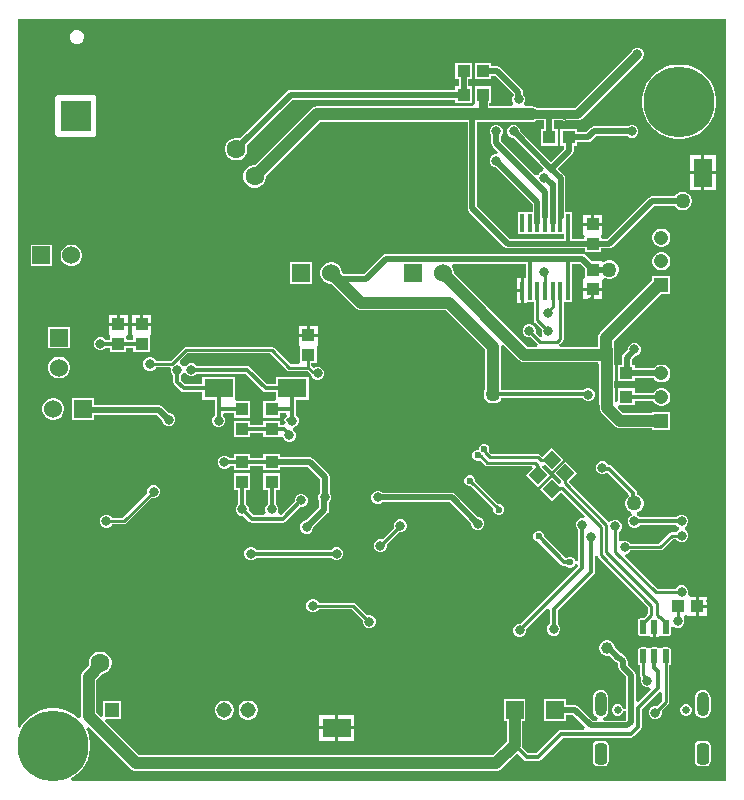
<source format=gbl>
G04*
G04 #@! TF.GenerationSoftware,Altium Limited,Altium Designer,24.2.2 (26)*
G04*
G04 Layer_Physical_Order=2*
G04 Layer_Color=16711680*
%FSLAX44Y44*%
%MOMM*%
G71*
G04*
G04 #@! TF.SameCoordinates,57E06D6A-15B4-4B42-AE12-48CE37104189*
G04*
G04*
G04 #@! TF.FilePolarity,Positive*
G04*
G01*
G75*
%ADD11C,0.2500*%
%ADD79R,1.1000X1.1000*%
G04:AMPARAMS|DCode=80|XSize=1.21mm|YSize=0.58mm|CornerRadius=0.0725mm|HoleSize=0mm|Usage=FLASHONLY|Rotation=270.000|XOffset=0mm|YOffset=0mm|HoleType=Round|Shape=RoundedRectangle|*
%AMROUNDEDRECTD80*
21,1,1.2100,0.4350,0,0,270.0*
21,1,1.0650,0.5800,0,0,270.0*
1,1,0.1450,-0.2175,-0.5325*
1,1,0.1450,-0.2175,0.5325*
1,1,0.1450,0.2175,0.5325*
1,1,0.1450,0.2175,-0.5325*
%
%ADD80ROUNDEDRECTD80*%
%ADD110R,1.1000X1.1000*%
%ADD122C,0.5000*%
%ADD123C,0.2300*%
%ADD124C,0.3500*%
%ADD125C,0.7500*%
%ADD126C,1.0000*%
%ADD129R,1.2080X1.2080*%
%ADD130C,1.2080*%
%ADD131C,6.0000*%
%ADD132C,1.2000*%
%ADD133R,1.2000X1.2000*%
%ADD134R,1.3080X1.3080*%
%ADD135C,1.3080*%
G04:AMPARAMS|DCode=136|XSize=1.8mm|YSize=1mm|CornerRadius=0.25mm|HoleSize=0mm|Usage=FLASHONLY|Rotation=90.000|XOffset=0mm|YOffset=0mm|HoleType=Round|Shape=RoundedRectangle|*
%AMROUNDEDRECTD136*
21,1,1.8000,0.5000,0,0,90.0*
21,1,1.3000,1.0000,0,0,90.0*
1,1,0.5000,0.2500,0.6500*
1,1,0.5000,0.2500,-0.6500*
1,1,0.5000,-0.2500,-0.6500*
1,1,0.5000,-0.2500,0.6500*
%
%ADD136ROUNDEDRECTD136*%
%ADD137O,1.0000X2.1000*%
%ADD138C,0.6500*%
%ADD139R,1.5240X1.5240*%
%ADD140C,1.5240*%
%ADD141R,1.5240X1.5240*%
%ADD142C,2.4000*%
%ADD143R,2.5000X2.5000*%
%ADD144C,0.8000*%
%ADD145C,0.6000*%
%ADD146C,1.2700*%
%ADD147C,1.0000*%
%ADD148C,1.6000*%
%ADD149R,2.4500X1.6500*%
%ADD150R,1.6500X2.4500*%
%ADD151R,0.4100X1.5700*%
%ADD152P,1.5556X4X360.0*%
G36*
X600000Y5000D02*
X45625D01*
X45073Y7300D01*
X46522Y8038D01*
X50536Y10955D01*
X54045Y14463D01*
X56962Y18478D01*
X59214Y22899D01*
X60748Y27618D01*
X61524Y32519D01*
Y37481D01*
X60748Y42382D01*
X59214Y47101D01*
X58045Y49397D01*
X59929Y50765D01*
X95347Y15347D01*
X96710Y14301D01*
X98297Y13644D01*
X100000Y13420D01*
X405000D01*
X406703Y13644D01*
X408290Y14301D01*
X409653Y15347D01*
X423003Y28697D01*
X428705Y22995D01*
X429788Y22271D01*
X431065Y22017D01*
X440355D01*
X441632Y22271D01*
X442715Y22995D01*
X461383Y41662D01*
X519000D01*
X520277Y41916D01*
X521360Y42640D01*
X527360Y48640D01*
X528084Y49723D01*
X528338Y51000D01*
Y65617D01*
X543474Y80753D01*
X545774Y79800D01*
Y72829D01*
X541152Y68207D01*
X540749Y68374D01*
X538551D01*
X536521Y67533D01*
X534967Y65979D01*
X534126Y63949D01*
Y61751D01*
X534967Y59721D01*
X536521Y58167D01*
X538551Y57326D01*
X540749D01*
X542779Y58167D01*
X544333Y59721D01*
X545174Y61751D01*
Y63949D01*
X545007Y64352D01*
X550428Y69772D01*
X551019Y70657D01*
X551226Y71700D01*
Y102942D01*
X551553Y103006D01*
X552296Y103504D01*
X552794Y104248D01*
X552968Y105125D01*
Y115775D01*
X552794Y116652D01*
X552296Y117396D01*
X551553Y117893D01*
X550675Y118068D01*
X546325D01*
X545448Y117893D01*
X545241Y117755D01*
X544607Y117396D01*
X542893D01*
X542259Y117755D01*
X542052Y117893D01*
X541175Y118068D01*
X536825D01*
X535947Y117893D01*
X535741Y117755D01*
X535107Y117396D01*
X533393D01*
X532759Y117755D01*
X532552Y117893D01*
X531675Y118068D01*
X527325D01*
X526447Y117893D01*
X525704Y117396D01*
X525206Y116652D01*
X525032Y115775D01*
Y105125D01*
X525206Y104248D01*
X525704Y103504D01*
X526447Y103006D01*
X526774Y102942D01*
Y95018D01*
X526981Y93975D01*
X527572Y93091D01*
X528071Y92592D01*
X527452Y91099D01*
Y88901D01*
X528293Y86871D01*
X529847Y85317D01*
X531877Y84476D01*
X534075D01*
X534805Y84778D01*
X536108Y82829D01*
X525228Y71948D01*
X523103Y72829D01*
Y95000D01*
X522790Y96570D01*
X521901Y97901D01*
X516586Y103217D01*
Y106164D01*
X516273Y107734D01*
X515384Y109065D01*
X512058Y112392D01*
X510727Y113281D01*
X510210Y113384D01*
X505445Y118149D01*
Y118377D01*
X505000Y120036D01*
X504141Y121524D01*
X502926Y122739D01*
X501439Y123597D01*
X499780Y124042D01*
X498062D01*
X496403Y123597D01*
X494915Y122739D01*
X493700Y121524D01*
X492841Y120036D01*
X492397Y118377D01*
Y116659D01*
X492841Y115000D01*
X493700Y113512D01*
X494915Y112298D01*
X496403Y111439D01*
X498062Y110994D01*
X499780D01*
X500738Y111251D01*
X505400Y106589D01*
X506731Y105700D01*
X507248Y105597D01*
X508380Y104465D01*
Y101517D01*
X508692Y99947D01*
X509582Y98616D01*
X514897Y93301D01*
Y66135D01*
X512674Y65950D01*
X512553Y66242D01*
X511947Y67704D01*
X510604Y69047D01*
X508850Y69774D01*
X506950D01*
X505196Y69047D01*
X503853Y67704D01*
X503126Y65950D01*
Y64050D01*
X503853Y62296D01*
X505196Y60953D01*
X506950Y60226D01*
X508850D01*
X510604Y60953D01*
X511947Y62296D01*
X512553Y63758D01*
X512674Y64050D01*
X514897Y63865D01*
Y56628D01*
X514372Y56103D01*
X496386D01*
X495928Y58403D01*
X496890Y58801D01*
X498253Y59847D01*
X499299Y61210D01*
X499956Y62797D01*
X500180Y64500D01*
Y75500D01*
X499956Y77203D01*
X499299Y78790D01*
X498253Y80153D01*
X496890Y81199D01*
X495303Y81856D01*
X493600Y82080D01*
X491897Y81856D01*
X490310Y81199D01*
X488947Y80153D01*
X487901Y78790D01*
X487244Y77203D01*
X487020Y75500D01*
Y64500D01*
X487244Y62797D01*
X487901Y61210D01*
X488947Y59847D01*
X490310Y58801D01*
X491272Y58403D01*
X490814Y56103D01*
X486699D01*
X474901Y67901D01*
X473570Y68790D01*
X472000Y69103D01*
X464144D01*
Y74144D01*
X445856D01*
Y55856D01*
X464144D01*
Y60897D01*
X470301D01*
X480560Y50638D01*
X479607Y48338D01*
X460000D01*
X458723Y48084D01*
X457640Y47360D01*
X438972Y28693D01*
X432448D01*
X427074Y34067D01*
X427290Y35710D01*
Y55856D01*
X429854D01*
Y74144D01*
X411566D01*
Y55856D01*
X414130D01*
Y38436D01*
X402274Y26580D01*
X102726D01*
X74130Y55176D01*
X75083Y57476D01*
X87524D01*
Y72524D01*
X72476D01*
Y60083D01*
X70176Y59130D01*
X66580Y62726D01*
Y90651D01*
X71461Y95532D01*
X73676Y96125D01*
X75848Y97379D01*
X77621Y99152D01*
X78875Y101324D01*
X79524Y103746D01*
Y106254D01*
X78875Y108676D01*
X77621Y110848D01*
X75848Y112621D01*
X73676Y113875D01*
X71254Y114524D01*
X68746D01*
X66324Y113875D01*
X64152Y112621D01*
X62379Y110848D01*
X61125Y108676D01*
X60476Y106254D01*
Y103746D01*
X60600Y103282D01*
X55347Y98029D01*
X54301Y96666D01*
X53644Y95079D01*
X53420Y93376D01*
Y60000D01*
X53509Y59326D01*
X51330Y58252D01*
X50536Y59045D01*
X46522Y61962D01*
X42101Y64215D01*
X37382Y65748D01*
X32481Y66524D01*
X27519D01*
X22618Y65748D01*
X17899Y64215D01*
X13478Y61962D01*
X9463Y59045D01*
X5955Y55536D01*
X3038Y51522D01*
X2300Y50073D01*
X0Y50626D01*
Y650000D01*
X600000D01*
Y5000D01*
D02*
G37*
%LPC*%
G36*
X51149Y640774D02*
X48851D01*
X46729Y639895D01*
X45105Y638271D01*
X44226Y636148D01*
Y633852D01*
X45105Y631729D01*
X46729Y630105D01*
X48851Y629226D01*
X51149D01*
X53271Y630105D01*
X54895Y631729D01*
X55774Y633852D01*
Y636148D01*
X54895Y638271D01*
X53271Y639895D01*
X51149Y640774D01*
D02*
G37*
G36*
X384524Y613024D02*
X370476D01*
Y598976D01*
X373397D01*
Y593024D01*
X370476D01*
Y590103D01*
X231000D01*
X229430Y589790D01*
X228099Y588901D01*
X188200Y549002D01*
X186254Y549524D01*
X183746D01*
X181324Y548875D01*
X179152Y547621D01*
X177379Y545848D01*
X176125Y543676D01*
X175476Y541254D01*
Y538746D01*
X176125Y536324D01*
X177379Y534152D01*
X179152Y532379D01*
X181324Y531125D01*
X183746Y530476D01*
X186254D01*
X188676Y531125D01*
X190848Y532379D01*
X192621Y534152D01*
X193875Y536324D01*
X194524Y538746D01*
Y541254D01*
X194002Y543200D01*
X232699Y581897D01*
X370476D01*
Y578976D01*
X384524D01*
Y593024D01*
X381603D01*
Y598976D01*
X384524D01*
Y613024D01*
D02*
G37*
G36*
X525749Y625974D02*
X523551D01*
X521521Y625133D01*
X519967Y623579D01*
X519820Y623225D01*
X471623Y575027D01*
X439159D01*
X438740Y575349D01*
X437153Y576006D01*
X435450Y576230D01*
X429295D01*
X428342Y578530D01*
X428683Y578871D01*
X429524Y580901D01*
Y583099D01*
X428683Y585129D01*
X427971Y585841D01*
Y588132D01*
X427659Y589702D01*
X426769Y591033D01*
X408901Y608901D01*
X407570Y609790D01*
X406000Y610103D01*
X401024D01*
Y613024D01*
X386976D01*
Y598976D01*
X401024D01*
Y601897D01*
X404301D01*
X419766Y586432D01*
Y585578D01*
X419317Y585129D01*
X418476Y583099D01*
Y580901D01*
X419317Y578871D01*
X419658Y578530D01*
X418705Y576230D01*
X399377D01*
Y578976D01*
X401024D01*
Y593024D01*
X386976D01*
Y578976D01*
X386976Y578976D01*
X386973Y578484D01*
X385000Y576580D01*
X383297Y576356D01*
X382993Y576230D01*
X253350D01*
X251647Y576006D01*
X250060Y575349D01*
X248697Y574303D01*
X200868Y526474D01*
X199396D01*
X196974Y525825D01*
X194802Y524571D01*
X193029Y522798D01*
X191775Y520626D01*
X191126Y518204D01*
Y515696D01*
X191775Y513274D01*
X193029Y511102D01*
X194802Y509329D01*
X196974Y508075D01*
X199396Y507426D01*
X201904D01*
X204326Y508075D01*
X206498Y509329D01*
X208271Y511102D01*
X209525Y513274D01*
X210174Y515696D01*
Y517168D01*
X256076Y563070D01*
X380897D01*
Y490000D01*
X381209Y488430D01*
X382099Y487099D01*
X412099Y457099D01*
X413430Y456209D01*
X415000Y455897D01*
X479976D01*
Y452976D01*
X494024D01*
Y455897D01*
X501000D01*
X502570Y456209D01*
X503901Y457099D01*
X538699Y491897D01*
X556277D01*
X556699Y491165D01*
X558165Y489699D01*
X559961Y488663D01*
X561963Y488126D01*
X564037D01*
X566039Y488663D01*
X567835Y489699D01*
X569301Y491165D01*
X570337Y492961D01*
X570874Y494963D01*
Y497037D01*
X570337Y499039D01*
X569301Y500835D01*
X567835Y502301D01*
X566039Y503337D01*
X564037Y503874D01*
X561963D01*
X559961Y503337D01*
X558165Y502301D01*
X556699Y500835D01*
X556277Y500103D01*
X537000D01*
X535430Y499790D01*
X534099Y498901D01*
X499301Y464103D01*
X495650D01*
X494024Y465729D01*
X494024Y466581D01*
X495040Y468460D01*
X495040Y468903D01*
Y475230D01*
X487000D01*
X478960D01*
Y468903D01*
X478960Y468460D01*
X479976Y466581D01*
X479976Y466403D01*
X479390Y464103D01*
X469338D01*
Y468126D01*
X469574D01*
Y486874D01*
X463675D01*
Y515428D01*
X463363Y516998D01*
X462473Y518329D01*
X457302Y523500D01*
X469401Y535599D01*
X470290Y536930D01*
X470603Y538500D01*
Y542976D01*
X473524D01*
Y545897D01*
X483000D01*
X484570Y546209D01*
X485901Y547099D01*
X489700Y550897D01*
X516291D01*
X516871Y550317D01*
X518901Y549476D01*
X521099D01*
X523129Y550317D01*
X524683Y551871D01*
X525524Y553901D01*
Y556099D01*
X524683Y558129D01*
X523129Y559683D01*
X521099Y560524D01*
X518901D01*
X516871Y559683D01*
X516291Y559103D01*
X488000D01*
X486430Y558791D01*
X485099Y557901D01*
X481301Y554103D01*
X473524D01*
Y557024D01*
X459476D01*
Y542976D01*
X462397D01*
Y540199D01*
X451500Y529302D01*
X425524Y555278D01*
Y556099D01*
X424683Y558129D01*
X423129Y559683D01*
X421099Y560524D01*
X418901D01*
X416871Y559683D01*
X415317Y558129D01*
X414476Y556099D01*
Y553901D01*
X415317Y551871D01*
X416871Y550317D01*
X418901Y549476D01*
X419722D01*
X445642Y523556D01*
X444689Y521256D01*
X444633D01*
X442603Y520415D01*
X441049Y518861D01*
X440799Y518256D01*
X438086Y517717D01*
X409103Y546699D01*
Y551291D01*
X409683Y551871D01*
X410524Y553901D01*
Y556099D01*
X409683Y558129D01*
X408129Y559683D01*
X406099Y560524D01*
X403901D01*
X401871Y559683D01*
X400317Y558129D01*
X399476Y556099D01*
Y553901D01*
X400317Y551871D01*
X400897Y551291D01*
Y545000D01*
X401209Y543430D01*
X402099Y542099D01*
X406549Y537649D01*
X406530Y537559D01*
X405421Y535524D01*
X403901D01*
X401871Y534683D01*
X400317Y533129D01*
X399476Y531099D01*
Y528901D01*
X400317Y526871D01*
X401871Y525317D01*
X403901Y524476D01*
X404722D01*
X435897Y493301D01*
Y486874D01*
X423426D01*
Y468126D01*
X462662D01*
Y464103D01*
X416699D01*
X389103Y491699D01*
Y563070D01*
X435450D01*
X437153Y563294D01*
X438740Y563951D01*
X439159Y564273D01*
X445897D01*
Y557024D01*
X442976D01*
Y542976D01*
X457024D01*
Y557024D01*
X454103D01*
Y564273D01*
X460306D01*
X460442Y564182D01*
X462500Y563773D01*
X464558Y564182D01*
X464693Y564273D01*
X473850D01*
X475908Y564682D01*
X477652Y565848D01*
X527425Y615620D01*
X527779Y615767D01*
X529333Y617321D01*
X530174Y619351D01*
Y621549D01*
X529333Y623579D01*
X527779Y625133D01*
X525749Y625974D01*
D02*
G37*
G36*
X66600Y585400D02*
X31600D01*
Y550400D01*
X66600D01*
Y585400D01*
D02*
G37*
G36*
X562481Y611524D02*
X557519D01*
X552618Y610748D01*
X547899Y609215D01*
X543478Y606962D01*
X539464Y604045D01*
X535955Y600536D01*
X533038Y596522D01*
X530786Y592101D01*
X529252Y587382D01*
X528476Y582481D01*
Y577519D01*
X529252Y572618D01*
X530786Y567899D01*
X533038Y563478D01*
X535955Y559464D01*
X539464Y555955D01*
X543478Y553038D01*
X547899Y550786D01*
X552618Y549252D01*
X557519Y548476D01*
X562481D01*
X567382Y549252D01*
X572101Y550786D01*
X576522Y553038D01*
X580536Y555955D01*
X584045Y559464D01*
X586962Y563478D01*
X589214Y567899D01*
X590748Y572618D01*
X591524Y577519D01*
Y582481D01*
X590748Y587382D01*
X589214Y592101D01*
X586962Y596522D01*
X584045Y600536D01*
X580536Y604045D01*
X576522Y606962D01*
X572101Y609215D01*
X567382Y610748D01*
X562481Y611524D01*
D02*
G37*
G36*
X590790Y534790D02*
X581270D01*
Y521270D01*
X590790D01*
Y534790D01*
D02*
G37*
G36*
X578730D02*
X569210D01*
Y521270D01*
X578730D01*
Y534790D01*
D02*
G37*
G36*
X590790Y518730D02*
X581270D01*
Y505210D01*
X590790D01*
Y518730D01*
D02*
G37*
G36*
X578730D02*
X569210D01*
Y505210D01*
X578730D01*
Y518730D01*
D02*
G37*
G36*
X495040Y484540D02*
X488270D01*
Y477770D01*
X495040D01*
Y484540D01*
D02*
G37*
G36*
X485730D02*
X478960D01*
Y477770D01*
X485730D01*
Y484540D01*
D02*
G37*
G36*
X545996Y472564D02*
X544004D01*
X542080Y472048D01*
X540356Y471053D01*
X538947Y469644D01*
X537952Y467920D01*
X537436Y465996D01*
Y464004D01*
X537952Y462080D01*
X538947Y460356D01*
X540356Y458947D01*
X542080Y457952D01*
X544004Y457436D01*
X545996D01*
X547920Y457952D01*
X549644Y458947D01*
X551053Y460356D01*
X552048Y462080D01*
X552564Y464004D01*
Y465996D01*
X552048Y467920D01*
X551053Y469644D01*
X549644Y471053D01*
X547920Y472048D01*
X545996Y472564D01*
D02*
G37*
G36*
X46604Y459144D02*
X44196D01*
X41871Y458521D01*
X39785Y457317D01*
X38083Y455615D01*
X36879Y453529D01*
X36256Y451204D01*
Y448796D01*
X36879Y446470D01*
X38083Y444385D01*
X39785Y442683D01*
X41871Y441479D01*
X44196Y440856D01*
X46604D01*
X48930Y441479D01*
X51015Y442683D01*
X52717Y444385D01*
X53921Y446470D01*
X54544Y448796D01*
Y451204D01*
X53921Y453529D01*
X52717Y455615D01*
X51015Y457317D01*
X48930Y458521D01*
X46604Y459144D01*
D02*
G37*
G36*
X29144D02*
X10856D01*
Y440856D01*
X29144D01*
Y459144D01*
D02*
G37*
G36*
X545996Y452564D02*
X544004D01*
X542080Y452048D01*
X540356Y451053D01*
X538947Y449644D01*
X537952Y447920D01*
X537436Y445996D01*
Y444004D01*
X537952Y442080D01*
X538947Y440356D01*
X540356Y438947D01*
X542080Y437952D01*
X544004Y437436D01*
X545996D01*
X547920Y437952D01*
X549644Y438947D01*
X551053Y440356D01*
X552048Y442080D01*
X552564Y444004D01*
Y445996D01*
X552048Y447920D01*
X551053Y449644D01*
X549644Y451053D01*
X547920Y452048D01*
X545996Y452564D01*
D02*
G37*
G36*
X478000Y451103D02*
X312000D01*
X310430Y450790D01*
X309099Y449901D01*
X293301Y434103D01*
X275603D01*
X275053Y434653D01*
X274544Y435043D01*
Y436204D01*
X273921Y438530D01*
X272717Y440615D01*
X271014Y442317D01*
X268930Y443521D01*
X266604Y444144D01*
X264196D01*
X261870Y443521D01*
X259785Y442317D01*
X258083Y440615D01*
X256879Y438530D01*
X256256Y436204D01*
Y433796D01*
X256879Y431470D01*
X258083Y429385D01*
X259785Y427683D01*
X261870Y426479D01*
X264196Y425856D01*
X265357D01*
X265747Y425347D01*
X285747Y405347D01*
X287110Y404301D01*
X288697Y403644D01*
X290400Y403420D01*
X362274D01*
X395920Y369774D01*
Y336851D01*
X395163Y335539D01*
X394626Y333537D01*
Y331463D01*
X395163Y329461D01*
X396199Y327665D01*
X397665Y326199D01*
X399461Y325163D01*
X401463Y324626D01*
X403537D01*
X405539Y325163D01*
X407335Y326199D01*
X408801Y327665D01*
X409520Y328912D01*
X478300D01*
X478317Y328871D01*
X479871Y327317D01*
X481901Y326476D01*
X484099D01*
X486129Y327317D01*
X487683Y328871D01*
X488524Y330901D01*
Y333099D01*
X487683Y335129D01*
X486129Y336683D01*
X484099Y337524D01*
X481901D01*
X479871Y336683D01*
X478776Y335588D01*
X409809D01*
X409080Y336851D01*
Y372500D01*
X408950Y373492D01*
X411062Y374632D01*
X424347Y361347D01*
X425710Y360301D01*
X427297Y359644D01*
X429000Y359420D01*
X491231D01*
X491813Y357361D01*
X491813Y357361D01*
X491813D01*
X491813Y357361D01*
Y343313D01*
X491920D01*
Y337361D01*
X491813D01*
Y323313D01*
X492757D01*
Y320663D01*
X492981Y318960D01*
X493638Y317373D01*
X494684Y316010D01*
X505347Y305347D01*
X506710Y304301D01*
X508297Y303644D01*
X510000Y303420D01*
X537436D01*
Y302436D01*
X552564D01*
Y317564D01*
X537436D01*
Y316580D01*
X512726D01*
X508279Y321027D01*
X509246Y323313D01*
X510227Y323313D01*
X522361D01*
Y326662D01*
X538193D01*
X538947Y325356D01*
X540356Y323947D01*
X542080Y322952D01*
X544004Y322436D01*
X545996D01*
X547920Y322952D01*
X549644Y323947D01*
X551053Y325356D01*
X552048Y327080D01*
X552564Y329004D01*
Y330996D01*
X552048Y332920D01*
X551053Y334644D01*
X549644Y336053D01*
X547920Y337048D01*
X545996Y337564D01*
X544004D01*
X542080Y337048D01*
X540356Y336053D01*
X538947Y334644D01*
X538193Y333338D01*
X522361D01*
Y337361D01*
X508313D01*
Y326901D01*
X506013Y325666D01*
X505917Y325729D01*
Y329837D01*
X505861Y330265D01*
Y337361D01*
X505080D01*
Y343313D01*
X505861D01*
Y357361D01*
X505080D01*
Y369500D01*
X504856Y371203D01*
X504580Y371869D01*
Y377274D01*
X544742Y417436D01*
X552564D01*
Y432564D01*
X544124D01*
X544000Y432580D01*
X543876Y432564D01*
X537436D01*
Y428742D01*
X493347Y384653D01*
X492301Y383290D01*
X491644Y381703D01*
X491420Y380000D01*
Y372580D01*
X459338D01*
X458641Y374880D01*
X458928Y375072D01*
X461428Y377572D01*
X462019Y378457D01*
X462226Y379500D01*
Y410726D01*
X469574D01*
Y429474D01*
X469338D01*
Y442897D01*
X476301D01*
X479976Y439222D01*
X479976Y431419D01*
X478960Y429540D01*
X478960Y429097D01*
Y422770D01*
X487000D01*
X495040D01*
Y429097D01*
X495040Y429540D01*
X496020Y431117D01*
X496633Y431429D01*
X497961Y430663D01*
X499963Y430126D01*
X502037D01*
X504039Y430663D01*
X505835Y431699D01*
X507301Y433165D01*
X508337Y434961D01*
X508874Y436963D01*
Y439037D01*
X508337Y441039D01*
X507301Y442835D01*
X505835Y444301D01*
X504039Y445337D01*
X502037Y445874D01*
X499963D01*
X497961Y445337D01*
X496324Y444392D01*
X496088Y444455D01*
X494024Y445024D01*
Y445024D01*
X485778D01*
X480901Y449901D01*
X479570Y450790D01*
X478000Y451103D01*
D02*
G37*
G36*
X249144Y444144D02*
X230856D01*
Y425856D01*
X249144D01*
Y444144D01*
D02*
G37*
G36*
X495040Y420230D02*
X488270D01*
Y413460D01*
X495040D01*
Y420230D01*
D02*
G37*
G36*
X485730D02*
X478960D01*
Y413460D01*
X485730D01*
Y420230D01*
D02*
G37*
G36*
X113040Y399540D02*
X106270D01*
Y392770D01*
X113040D01*
Y399540D01*
D02*
G37*
G36*
X103730D02*
X96960D01*
Y392770D01*
X103730D01*
Y399540D01*
D02*
G37*
G36*
X93040D02*
X86270D01*
Y392770D01*
X93040D01*
Y399540D01*
D02*
G37*
G36*
X83730D02*
X76960D01*
Y392770D01*
X83730D01*
Y399540D01*
D02*
G37*
G36*
X254040Y390540D02*
X247270D01*
Y383770D01*
X254040D01*
Y390540D01*
D02*
G37*
G36*
X244730D02*
X237960D01*
Y383770D01*
X244730D01*
Y390540D01*
D02*
G37*
G36*
X113040Y390230D02*
X105000D01*
X96960D01*
Y383903D01*
X96960Y383460D01*
X97976Y381581D01*
X97976Y381160D01*
Y378338D01*
X93650D01*
X92024Y379964D01*
X92024Y381581D01*
X93040Y383460D01*
X93040Y383903D01*
Y390230D01*
X85000D01*
X76960D01*
Y383903D01*
X76960Y383460D01*
X77976Y381581D01*
X77976Y381160D01*
Y378338D01*
X74474D01*
X73129Y379683D01*
X71099Y380524D01*
X68901D01*
X66871Y379683D01*
X65317Y378129D01*
X64476Y376099D01*
Y373901D01*
X65317Y371871D01*
X66871Y370317D01*
X68901Y369476D01*
X71099D01*
X73129Y370317D01*
X74474Y371662D01*
X77976D01*
Y367976D01*
X92024D01*
Y371662D01*
X97976D01*
Y367976D01*
X112024D01*
X112024Y381581D01*
X113040Y383460D01*
X113040Y383903D01*
Y390230D01*
D02*
G37*
G36*
X44144Y389544D02*
X25856D01*
Y371256D01*
X44144D01*
Y389544D01*
D02*
G37*
G36*
X254040Y381230D02*
X246000D01*
X237960D01*
Y374903D01*
X237960Y374460D01*
X238976Y372581D01*
X238976Y372160D01*
Y358976D01*
X237194Y357726D01*
X231129D01*
X216928Y371928D01*
X216043Y372519D01*
X215000Y372726D01*
X142515D01*
X141472Y372519D01*
X140587Y371928D01*
X140587Y371928D01*
X129386Y360726D01*
X116850D01*
X116683Y361129D01*
X115129Y362683D01*
X113099Y363524D01*
X110901D01*
X108871Y362683D01*
X107317Y361129D01*
X106476Y359099D01*
Y356901D01*
X107317Y354871D01*
X108871Y353317D01*
X110901Y352476D01*
X113099D01*
X115129Y353317D01*
X116683Y354871D01*
X116850Y355274D01*
X128691D01*
X129476Y354099D01*
Y351901D01*
X130317Y349871D01*
X131662Y348526D01*
Y343000D01*
X131916Y341723D01*
X132640Y340640D01*
X138140Y335140D01*
X139223Y334416D01*
X140500Y334162D01*
X156226D01*
Y327726D01*
X166662D01*
Y320000D01*
Y314474D01*
X165317Y313129D01*
X164476Y311099D01*
Y308901D01*
X165317Y306871D01*
X166871Y305317D01*
X168901Y304476D01*
X171099D01*
X173129Y305317D01*
X174683Y306871D01*
X175524Y308901D01*
Y311099D01*
X174683Y313129D01*
X173950Y313862D01*
X174816Y316162D01*
X182976D01*
Y312476D01*
X197024D01*
Y326524D01*
X185576D01*
X183774Y327726D01*
X183774Y328756D01*
Y347274D01*
X156226D01*
Y340838D01*
X141883D01*
X138338Y344383D01*
Y348526D01*
X139683Y349871D01*
X139755Y350045D01*
X142245D01*
X142317Y349871D01*
X143871Y348317D01*
X145901Y347476D01*
X148099D01*
X150129Y348317D01*
X151474Y349662D01*
X193117D01*
X207640Y335140D01*
X208722Y334416D01*
X210000Y334162D01*
X218726D01*
Y327726D01*
X216924Y326524D01*
X207976D01*
Y312476D01*
X222024D01*
Y316162D01*
X226739D01*
X227765Y314032D01*
X227737Y313862D01*
X226779Y313221D01*
X226055Y312139D01*
X225801Y310861D01*
X226055Y309584D01*
X226779Y308501D01*
X225747Y306517D01*
X225548Y306338D01*
X222024D01*
Y310024D01*
X207976D01*
Y306338D01*
X197024D01*
Y310024D01*
X182976D01*
Y295976D01*
X197024D01*
Y299662D01*
X207976D01*
Y295976D01*
X222024D01*
Y297280D01*
X222176Y297372D01*
X224179Y296527D01*
X224583Y296143D01*
X225317Y294371D01*
X226871Y292817D01*
X228901Y291976D01*
X231099D01*
X233129Y292817D01*
X234683Y294371D01*
X235524Y296401D01*
Y298599D01*
X234683Y300629D01*
X233136Y302176D01*
X233136Y302218D01*
X233597Y304467D01*
X233601Y304477D01*
X235629Y305317D01*
X237183Y306871D01*
X238024Y308901D01*
Y311099D01*
X237183Y313129D01*
X235838Y314474D01*
Y320000D01*
Y327726D01*
X246274D01*
Y347274D01*
X218726D01*
Y340838D01*
X211383D01*
X196860Y355360D01*
X195777Y356084D01*
X194500Y356338D01*
X151474D01*
X150129Y357683D01*
X148099Y358524D01*
X145901D01*
X143871Y357683D01*
X142317Y356129D01*
X142245Y355955D01*
X139755D01*
X139683Y356129D01*
X138129Y357683D01*
X137547Y357924D01*
X137008Y360637D01*
X143644Y367274D01*
X213871D01*
X228072Y353072D01*
X228957Y352481D01*
X230000Y352274D01*
X244871D01*
X247909Y349235D01*
X247909Y349235D01*
X248432Y348886D01*
X249236Y346943D01*
X250790Y345389D01*
X252821Y344548D01*
X255018D01*
X257048Y345389D01*
X258603Y346943D01*
X259443Y348973D01*
Y351171D01*
X258603Y353201D01*
X257048Y354755D01*
X255018Y355596D01*
X252821D01*
X250790Y354755D01*
X250445Y354410D01*
X248726Y356129D01*
Y358976D01*
X253024D01*
X253024Y372581D01*
X254040Y374460D01*
X254040Y374903D01*
Y381230D01*
D02*
G37*
G36*
X36204Y364144D02*
X33796D01*
X31470Y363521D01*
X29385Y362317D01*
X27683Y360615D01*
X26479Y358530D01*
X25856Y356204D01*
Y353796D01*
X26479Y351470D01*
X27683Y349385D01*
X29385Y347683D01*
X31470Y346479D01*
X33796Y345856D01*
X36204D01*
X38530Y346479D01*
X40615Y347683D01*
X42317Y349385D01*
X43521Y351470D01*
X44144Y353796D01*
Y356204D01*
X43521Y358530D01*
X42317Y360615D01*
X40615Y362317D01*
X38530Y363521D01*
X36204Y364144D01*
D02*
G37*
G36*
X523144Y375861D02*
X520947D01*
X518916Y375020D01*
X517362Y373466D01*
X516521Y371436D01*
Y370123D01*
X512773Y366374D01*
X511884Y365043D01*
X511571Y363473D01*
Y357361D01*
X508313D01*
Y343313D01*
X522361D01*
Y346066D01*
X538537D01*
X538947Y345356D01*
X540356Y343947D01*
X542080Y342952D01*
X544004Y342436D01*
X545996D01*
X547920Y342952D01*
X549644Y343947D01*
X551053Y345356D01*
X552048Y347080D01*
X552564Y349004D01*
Y350996D01*
X552048Y352920D01*
X551053Y354644D01*
X549644Y356053D01*
X547920Y357048D01*
X545996Y357564D01*
X544004D01*
X542080Y357048D01*
X540356Y356053D01*
X538947Y354644D01*
X538732Y354271D01*
X522361D01*
Y357361D01*
X519777D01*
Y361774D01*
X522816Y364813D01*
X523144D01*
X525174Y365654D01*
X526728Y367208D01*
X527569Y369238D01*
Y371436D01*
X526728Y373466D01*
X525174Y375020D01*
X523144Y375861D01*
D02*
G37*
G36*
X31204Y329144D02*
X28796D01*
X26470Y328521D01*
X24385Y327317D01*
X22683Y325615D01*
X21479Y323530D01*
X20856Y321204D01*
Y318796D01*
X21479Y316471D01*
X22683Y314386D01*
X24385Y312683D01*
X26470Y311479D01*
X28796Y310856D01*
X31204D01*
X33529Y311479D01*
X35615Y312683D01*
X37317Y314386D01*
X38521Y316471D01*
X39144Y318796D01*
Y321204D01*
X38521Y323530D01*
X37317Y325615D01*
X35615Y327317D01*
X33529Y328521D01*
X31204Y329144D01*
D02*
G37*
G36*
X64544D02*
X46256D01*
Y310856D01*
X64544D01*
Y314897D01*
X118037D01*
X122476Y310458D01*
Y309901D01*
X123317Y307871D01*
X124871Y306317D01*
X126901Y305476D01*
X129099D01*
X131129Y306317D01*
X132683Y307871D01*
X133524Y309901D01*
Y312099D01*
X132683Y314129D01*
X131129Y315683D01*
X129099Y316524D01*
X128015D01*
X122638Y321901D01*
X121307Y322790D01*
X119737Y323103D01*
X64544D01*
Y329144D01*
D02*
G37*
G36*
X222024Y282024D02*
X207976D01*
Y278338D01*
X197024D01*
Y282024D01*
X182976D01*
Y278338D01*
X179474D01*
X178129Y279683D01*
X176099Y280524D01*
X173901D01*
X171871Y279683D01*
X170317Y278129D01*
X169476Y276099D01*
Y273901D01*
X170317Y271871D01*
X171871Y270317D01*
X173901Y269476D01*
X176099D01*
X178129Y270317D01*
X179474Y271662D01*
X182976D01*
Y267976D01*
X197024D01*
Y271662D01*
X207976D01*
Y267976D01*
X222024D01*
Y270897D01*
X245800D01*
X255897Y260801D01*
Y248709D01*
X255317Y248129D01*
X254476Y246099D01*
Y243901D01*
X255317Y241871D01*
X255323Y241865D01*
Y236373D01*
X244477Y225526D01*
X243656D01*
X241626Y224685D01*
X240072Y223131D01*
X239231Y221101D01*
Y218903D01*
X240072Y216873D01*
X241626Y215319D01*
X243656Y214478D01*
X245854D01*
X247884Y215319D01*
X249438Y216873D01*
X250279Y218903D01*
Y219724D01*
X262327Y231772D01*
X263216Y233103D01*
X263529Y234673D01*
Y240717D01*
X264683Y241871D01*
X265524Y243901D01*
Y246099D01*
X264683Y248129D01*
X264103Y248709D01*
Y262500D01*
X263790Y264070D01*
X262901Y265401D01*
X250401Y277901D01*
X249070Y278790D01*
X247500Y279103D01*
X222024D01*
Y282024D01*
D02*
G37*
G36*
X395736Y290394D02*
X393936D01*
X392273Y289705D01*
X391001Y288433D01*
X390312Y286770D01*
Y285074D01*
X388616D01*
X386953Y284385D01*
X385680Y283112D01*
X384992Y281450D01*
Y279650D01*
X385680Y277987D01*
X386953Y276714D01*
X388616Y276026D01*
X390415D01*
X391594Y276514D01*
X395729Y272378D01*
X396614Y271787D01*
X397657Y271580D01*
X435059D01*
X436012Y269280D01*
X430399Y263667D01*
X440333Y253734D01*
X450266Y263667D01*
X443932Y270001D01*
X443982Y271832D01*
X446152Y272915D01*
X452000Y267067D01*
X461933Y277000D01*
X452000Y286933D01*
X444250Y279183D01*
X442303Y281130D01*
X441418Y281721D01*
X440375Y281929D01*
X434460D01*
X434177Y281872D01*
X400791D01*
X398872Y283792D01*
X399360Y284970D01*
Y286770D01*
X398671Y288433D01*
X397398Y289705D01*
X395736Y290394D01*
D02*
G37*
G36*
X116099Y255524D02*
X113901D01*
X111871Y254683D01*
X110317Y253129D01*
X109476Y251099D01*
Y248901D01*
X109643Y248498D01*
X88871Y227726D01*
X79850D01*
X79683Y228129D01*
X78129Y229683D01*
X76099Y230524D01*
X73901D01*
X71871Y229683D01*
X70317Y228129D01*
X69476Y226099D01*
Y223901D01*
X70317Y221871D01*
X71871Y220317D01*
X73901Y219476D01*
X76099D01*
X78129Y220317D01*
X79683Y221871D01*
X79850Y222274D01*
X90000D01*
X91043Y222481D01*
X91928Y223072D01*
X113498Y244643D01*
X113901Y244476D01*
X116099D01*
X118129Y245317D01*
X119683Y246871D01*
X120524Y248901D01*
Y251099D01*
X119683Y253129D01*
X118129Y254683D01*
X116099Y255524D01*
D02*
G37*
G36*
X222024Y265524D02*
X207976D01*
Y251476D01*
X211662D01*
Y239474D01*
X210317Y238129D01*
X209476Y236099D01*
Y233901D01*
X209999Y232638D01*
X208845Y230338D01*
X199383D01*
X195524Y234197D01*
Y236099D01*
X194683Y238129D01*
X193338Y239474D01*
Y251476D01*
X197024D01*
Y265524D01*
X182976D01*
Y251476D01*
X186662D01*
Y239474D01*
X185317Y238129D01*
X184476Y236099D01*
Y233901D01*
X185317Y231871D01*
X186871Y230317D01*
X188901Y229476D01*
X190803D01*
X195640Y224640D01*
X196723Y223916D01*
X198000Y223662D01*
X224500D01*
X225777Y223916D01*
X226860Y224640D01*
X239197Y236976D01*
X241099D01*
X243129Y237817D01*
X244683Y239371D01*
X245524Y241401D01*
Y243599D01*
X244683Y245629D01*
X243129Y247183D01*
X241099Y248024D01*
X238901D01*
X236871Y247183D01*
X235317Y245629D01*
X234476Y243599D01*
Y241697D01*
X223274Y230495D01*
X220970Y230707D01*
X220001Y232638D01*
X220524Y233901D01*
Y236099D01*
X219683Y238129D01*
X218338Y239474D01*
Y251476D01*
X222024D01*
Y265524D01*
D02*
G37*
G36*
X383678Y263858D02*
X381878D01*
X380215Y263169D01*
X378943Y261897D01*
X378254Y260234D01*
Y258434D01*
X378943Y256771D01*
X380215Y255499D01*
X381878Y254810D01*
X383396D01*
X402672Y235534D01*
Y233916D01*
X403360Y232253D01*
X404633Y230981D01*
X406296Y230292D01*
X408096D01*
X409758Y230981D01*
X411031Y232253D01*
X411720Y233916D01*
Y235716D01*
X411031Y237379D01*
X409758Y238651D01*
X408096Y239340D01*
X406577D01*
X387302Y258615D01*
Y260234D01*
X386613Y261897D01*
X385341Y263169D01*
X383678Y263858D01*
D02*
G37*
G36*
X306099Y250524D02*
X303901D01*
X301871Y249683D01*
X300317Y248129D01*
X299476Y246099D01*
Y243901D01*
X300317Y241871D01*
X301871Y240317D01*
X303901Y239476D01*
X306099D01*
X308129Y240317D01*
X308709Y240897D01*
X365708D01*
X384033Y222572D01*
Y221751D01*
X384874Y219721D01*
X386428Y218167D01*
X388458Y217326D01*
X390656D01*
X392686Y218167D01*
X394240Y219721D01*
X395081Y221751D01*
Y223949D01*
X394240Y225979D01*
X392686Y227533D01*
X390656Y228374D01*
X389835D01*
X370308Y247901D01*
X368977Y248790D01*
X367407Y249103D01*
X308709D01*
X308129Y249683D01*
X306099Y250524D01*
D02*
G37*
G36*
X325099Y226524D02*
X322901D01*
X320871Y225683D01*
X319317Y224129D01*
X318476Y222099D01*
Y219901D01*
X318643Y219499D01*
X308501Y209357D01*
X308099Y209524D01*
X305901D01*
X303871Y208683D01*
X302317Y207129D01*
X301476Y205099D01*
Y202901D01*
X302317Y200871D01*
X303871Y199317D01*
X305901Y198476D01*
X308099D01*
X310129Y199317D01*
X311683Y200871D01*
X312524Y202901D01*
Y205099D01*
X312357Y205501D01*
X322499Y215643D01*
X322901Y215476D01*
X325099D01*
X327129Y216317D01*
X328683Y217871D01*
X329524Y219901D01*
Y222099D01*
X328683Y224129D01*
X327129Y225683D01*
X325099Y226524D01*
D02*
G37*
G36*
X496099Y275524D02*
X493901D01*
X491871Y274683D01*
X490317Y273129D01*
X489476Y271099D01*
Y268901D01*
X490317Y266871D01*
X491871Y265317D01*
X493901Y264476D01*
X496099D01*
X498129Y265317D01*
X498933Y266121D01*
X499158D01*
X516631Y248648D01*
X517165Y246301D01*
X515699Y244835D01*
X514663Y243039D01*
X514126Y241037D01*
Y238963D01*
X514663Y236961D01*
X515699Y235165D01*
X517165Y233699D01*
X518961Y232663D01*
X519625Y232485D01*
X519783Y230061D01*
X518871Y229683D01*
X517317Y228129D01*
X516476Y226099D01*
Y223901D01*
X517317Y221871D01*
X518871Y220317D01*
X520901Y219476D01*
X523099D01*
X525129Y220317D01*
X526474Y221662D01*
X557526D01*
X558871Y220317D01*
X559702Y219973D01*
Y217483D01*
X559246Y217294D01*
X557692Y215740D01*
X557567Y215440D01*
X553611D01*
X553611Y215440D01*
X552529Y215224D01*
X551611Y214611D01*
X542828Y205828D01*
X518808D01*
X518683Y206129D01*
X517129Y207683D01*
X515099Y208524D01*
X512901D01*
X511227Y207831D01*
X509824Y208388D01*
X508927Y208992D01*
Y215716D01*
X509228Y215841D01*
X510782Y217395D01*
X511623Y219425D01*
Y221623D01*
X510782Y223653D01*
X509228Y225207D01*
X507198Y226048D01*
X505000D01*
X502970Y225207D01*
X502464Y224701D01*
X500688Y224032D01*
X499440Y224683D01*
X466195Y257927D01*
X473601Y265333D01*
X463667Y275266D01*
X453734Y265333D01*
X460068Y258999D01*
X460018Y257168D01*
X457848Y256085D01*
X452000Y261933D01*
X442067Y252000D01*
X452000Y242067D01*
X459750Y249817D01*
X479918Y229649D01*
X479414Y228341D01*
X478790Y227524D01*
X476901D01*
X474871Y226683D01*
X473317Y225129D01*
X472476Y223099D01*
Y220901D01*
X473317Y218871D01*
X474662Y217526D01*
Y190965D01*
X472392Y190892D01*
X472223Y191299D01*
X471703Y192555D01*
X470431Y193827D01*
X468768Y194516D01*
X466968D01*
X465305Y193827D01*
X465287Y193808D01*
X463912D01*
X445532Y212189D01*
Y212892D01*
X444843Y214555D01*
X443571Y215827D01*
X441908Y216516D01*
X440108D01*
X438445Y215827D01*
X437173Y214555D01*
X436484Y212892D01*
Y211092D01*
X437173Y209429D01*
X438445Y208157D01*
X440108Y207468D01*
X440811D01*
X460169Y188110D01*
X461252Y187386D01*
X462530Y187132D01*
X464330D01*
X465305Y186157D01*
X466968Y185468D01*
X468768D01*
X470431Y186157D01*
X471703Y187429D01*
X472054Y188277D01*
X473147Y188359D01*
X474395Y187919D01*
X474503Y186723D01*
X425803Y138024D01*
X423901D01*
X421871Y137183D01*
X420317Y135629D01*
X419476Y133599D01*
Y131401D01*
X420317Y129371D01*
X421871Y127817D01*
X423901Y126976D01*
X426099D01*
X428129Y127817D01*
X429683Y129371D01*
X430524Y131401D01*
Y133303D01*
X448351Y151130D01*
X448398Y151125D01*
X450563Y150090D01*
Y137998D01*
X449218Y136653D01*
X448377Y134623D01*
Y132425D01*
X449218Y130395D01*
X450772Y128841D01*
X452802Y128000D01*
X455000D01*
X457030Y128841D01*
X458584Y130395D01*
X459425Y132425D01*
Y134623D01*
X458584Y136653D01*
X457239Y137998D01*
Y149518D01*
X487677Y179957D01*
X488401Y181040D01*
X488655Y182317D01*
Y195305D01*
X490955Y195531D01*
X490967Y195471D01*
X491558Y194586D01*
X533854Y152291D01*
Y146751D01*
X533053Y145950D01*
X532575Y145631D01*
X530112Y143168D01*
X527325D01*
X526447Y142993D01*
X525704Y142496D01*
X525206Y141753D01*
X525032Y140875D01*
Y130225D01*
X525206Y129347D01*
X525704Y128604D01*
X526447Y128106D01*
X527325Y127932D01*
X531675D01*
X532552Y128106D01*
X532553Y128107D01*
X533296Y128604D01*
X535233Y127362D01*
X535551Y127149D01*
X536825Y126896D01*
X537730D01*
Y135550D01*
X540270D01*
Y126896D01*
X541175D01*
X542449Y127149D01*
X542767Y127362D01*
X544704Y128604D01*
X545447Y128107D01*
X545448Y128106D01*
X546325Y127932D01*
X550675D01*
X551553Y128106D01*
X552296Y128604D01*
X552794Y129347D01*
X552968Y130225D01*
Y134967D01*
X555268Y135920D01*
X555871Y135317D01*
X557901Y134476D01*
X560099D01*
X562129Y135317D01*
X563683Y136871D01*
X564524Y138901D01*
Y141099D01*
X563821Y142795D01*
X564333Y144365D01*
X564804Y145261D01*
X566214Y145634D01*
X567460Y144960D01*
X567903Y144960D01*
X574230D01*
Y153000D01*
Y161040D01*
X568828D01*
X567257Y163256D01*
X567524Y163901D01*
Y166099D01*
X566683Y168129D01*
X565129Y169683D01*
X563099Y170524D01*
X560901D01*
X558871Y169683D01*
X557317Y168129D01*
X557192Y167828D01*
X541172D01*
X513824Y195176D01*
X514777Y197476D01*
X515099D01*
X517129Y198317D01*
X518683Y199871D01*
X518808Y200172D01*
X544000D01*
X545082Y200387D01*
X546000Y201000D01*
X554783Y209783D01*
X557567D01*
X557692Y209482D01*
X559246Y207928D01*
X561276Y207087D01*
X563474D01*
X565504Y207928D01*
X567058Y209482D01*
X567899Y211513D01*
Y213710D01*
X567058Y215740D01*
X565504Y217294D01*
X564673Y217638D01*
Y220128D01*
X565129Y220317D01*
X566683Y221871D01*
X567524Y223901D01*
Y226099D01*
X566683Y228129D01*
X565129Y229683D01*
X563099Y230524D01*
X560901D01*
X558871Y229683D01*
X557526Y228338D01*
X526474D01*
X525129Y229683D01*
X524217Y230061D01*
X524375Y232485D01*
X525039Y232663D01*
X526835Y233699D01*
X528301Y235165D01*
X529337Y236961D01*
X529874Y238963D01*
Y241037D01*
X529337Y243039D01*
X528301Y244835D01*
X526835Y246301D01*
X525039Y247337D01*
X524636Y247446D01*
Y248702D01*
X524382Y249980D01*
X523658Y251063D01*
X502901Y271820D01*
X501818Y272543D01*
X500541Y272797D01*
X499820D01*
X499683Y273129D01*
X498129Y274683D01*
X496099Y275524D01*
D02*
G37*
G36*
X271099Y203024D02*
X268901D01*
X266871Y202183D01*
X265526Y200838D01*
X201974D01*
X200629Y202183D01*
X198599Y203024D01*
X196401D01*
X194371Y202183D01*
X192817Y200629D01*
X191976Y198599D01*
Y196401D01*
X192817Y194371D01*
X194371Y192817D01*
X196401Y191976D01*
X198599D01*
X200629Y192817D01*
X201974Y194162D01*
X265526D01*
X266871Y192817D01*
X268901Y191976D01*
X271099D01*
X273129Y192817D01*
X274683Y194371D01*
X275524Y196401D01*
Y198599D01*
X274683Y200629D01*
X273129Y202183D01*
X271099Y203024D01*
D02*
G37*
G36*
X583540Y161040D02*
X576770D01*
Y154270D01*
X583540D01*
Y161040D01*
D02*
G37*
G36*
Y151730D02*
X576770D01*
Y144960D01*
X583540D01*
Y151730D01*
D02*
G37*
G36*
X251099Y158732D02*
X248901D01*
X246871Y157891D01*
X245317Y156337D01*
X244476Y154307D01*
Y152109D01*
X245317Y150079D01*
X246871Y148525D01*
X248901Y147684D01*
X251099D01*
X253129Y148525D01*
X254683Y150079D01*
X254850Y150482D01*
X283093D01*
X292143Y141432D01*
X291976Y141029D01*
Y138831D01*
X292817Y136801D01*
X294371Y135247D01*
X296401Y134406D01*
X298599D01*
X300629Y135247D01*
X302183Y136801D01*
X303024Y138831D01*
Y141029D01*
X302183Y143059D01*
X300629Y144613D01*
X298599Y145454D01*
X296401D01*
X295998Y145287D01*
X286150Y155136D01*
X285265Y155727D01*
X284222Y155934D01*
X254850D01*
X254683Y156337D01*
X253129Y157891D01*
X251099Y158732D01*
D02*
G37*
G36*
X566650Y69774D02*
X564750D01*
X562996Y69047D01*
X561653Y67704D01*
X560926Y65950D01*
Y64050D01*
X561653Y62296D01*
X562996Y60953D01*
X564750Y60226D01*
X566650D01*
X568404Y60953D01*
X569747Y62296D01*
X570474Y64050D01*
Y65950D01*
X569747Y67704D01*
X568404Y69047D01*
X566650Y69774D01*
D02*
G37*
G36*
X580000Y82080D02*
X578297Y81856D01*
X576710Y81199D01*
X575347Y80153D01*
X574301Y78790D01*
X573644Y77203D01*
X573420Y75500D01*
Y64500D01*
X573644Y62797D01*
X574301Y61210D01*
X575347Y59847D01*
X576710Y58801D01*
X578297Y58144D01*
X580000Y57920D01*
X581703Y58144D01*
X583290Y58801D01*
X584653Y59847D01*
X585699Y61210D01*
X586356Y62797D01*
X586580Y64500D01*
Y75500D01*
X586356Y77203D01*
X585699Y78790D01*
X584653Y80153D01*
X583290Y81199D01*
X581703Y81856D01*
X580000Y82080D01*
D02*
G37*
G36*
X196062Y73064D02*
X193938D01*
X191887Y72515D01*
X190049Y71453D01*
X188547Y69951D01*
X187486Y68113D01*
X186936Y66062D01*
Y63938D01*
X187486Y61887D01*
X188547Y60049D01*
X190049Y58547D01*
X191887Y57485D01*
X193938Y56936D01*
X196062D01*
X198113Y57485D01*
X199951Y58547D01*
X201453Y60049D01*
X202514Y61887D01*
X203064Y63938D01*
Y66062D01*
X202514Y68113D01*
X201453Y69951D01*
X199951Y71453D01*
X198113Y72515D01*
X196062Y73064D01*
D02*
G37*
G36*
X176062D02*
X173938D01*
X171887Y72515D01*
X170049Y71453D01*
X168547Y69951D01*
X167486Y68113D01*
X166936Y66062D01*
Y63938D01*
X167486Y61887D01*
X168547Y60049D01*
X170049Y58547D01*
X171887Y57485D01*
X173938Y56936D01*
X176062D01*
X178113Y57485D01*
X179951Y58547D01*
X181453Y60049D01*
X182514Y61887D01*
X183064Y63938D01*
Y66062D01*
X182514Y68113D01*
X181453Y69951D01*
X179951Y71453D01*
X178113Y72515D01*
X176062Y73064D01*
D02*
G37*
G36*
X284790Y60790D02*
X271270D01*
Y51270D01*
X284790D01*
Y60790D01*
D02*
G37*
G36*
X268730D02*
X255210D01*
Y51270D01*
X268730D01*
Y60790D01*
D02*
G37*
G36*
X284790Y48730D02*
X271270D01*
Y39210D01*
X284790D01*
Y48730D01*
D02*
G37*
G36*
X268730D02*
X255210D01*
Y39210D01*
X268730D01*
Y48730D01*
D02*
G37*
G36*
X582500Y38803D02*
X577500D01*
X575930Y38491D01*
X574599Y37601D01*
X573709Y36270D01*
X573397Y34700D01*
Y21700D01*
X573709Y20130D01*
X574599Y18799D01*
X575930Y17909D01*
X577500Y17597D01*
X582500D01*
X584070Y17909D01*
X585401Y18799D01*
X586291Y20130D01*
X586603Y21700D01*
Y34700D01*
X586291Y36270D01*
X585401Y37601D01*
X584070Y38491D01*
X582500Y38803D01*
D02*
G37*
G36*
X496100D02*
X491100D01*
X489530Y38491D01*
X488199Y37601D01*
X487309Y36270D01*
X486997Y34700D01*
Y21700D01*
X487309Y20130D01*
X488199Y18799D01*
X489530Y17909D01*
X491100Y17597D01*
X496100D01*
X497670Y17909D01*
X499001Y18799D01*
X499891Y20130D01*
X500203Y21700D01*
Y34700D01*
X499891Y36270D01*
X499001Y37601D01*
X497670Y38491D01*
X496100Y38803D01*
D02*
G37*
%LPD*%
G36*
X430162Y430490D02*
X428270D01*
Y420100D01*
Y409710D01*
X431590D01*
Y410726D01*
X437274D01*
Y404000D01*
X437274Y404000D01*
Y395000D01*
X437481Y393957D01*
X438072Y393072D01*
X443643Y387501D01*
X443476Y387099D01*
Y384901D01*
X444095Y383407D01*
X443467Y381540D01*
X443049Y380886D01*
X442132Y380723D01*
X438357Y384498D01*
X438524Y384901D01*
Y387099D01*
X437683Y389129D01*
X436129Y390683D01*
X434099Y391524D01*
X431901D01*
X429871Y390683D01*
X428317Y389129D01*
X427476Y387099D01*
Y384901D01*
X428317Y382871D01*
X429871Y381317D01*
X431901Y380476D01*
X434099D01*
X434501Y380643D01*
X440072Y375072D01*
X440359Y374880D01*
X439662Y372580D01*
X431726D01*
X369144Y435162D01*
Y436204D01*
X368521Y438530D01*
X367317Y440615D01*
X368287Y442897D01*
X430162D01*
Y430490D01*
D02*
G37*
%LPC*%
G36*
X425730D02*
X422410D01*
Y421370D01*
X425730D01*
Y430490D01*
D02*
G37*
G36*
Y418830D02*
X422410D01*
Y409710D01*
X425730D01*
Y418830D01*
D02*
G37*
%LPD*%
D11*
X540000Y165000D02*
X562000D01*
X506099Y198901D02*
X540000Y165000D01*
X506099Y198901D02*
Y220524D01*
X514000Y203000D02*
X544000D01*
X553611Y212611D01*
X562375D01*
D79*
X246000Y382500D02*
D03*
Y366000D02*
D03*
X105000Y375000D02*
D03*
Y391500D02*
D03*
X190000Y319500D02*
D03*
Y303000D02*
D03*
X487000Y438000D02*
D03*
Y421500D02*
D03*
X190000Y258500D02*
D03*
Y275000D02*
D03*
X215000Y258500D02*
D03*
Y275000D02*
D03*
X487000Y476500D02*
D03*
Y460000D02*
D03*
X85000Y375000D02*
D03*
Y391500D02*
D03*
X215000Y319500D02*
D03*
Y303000D02*
D03*
D80*
X529500Y135550D02*
D03*
X539000D02*
D03*
X548500D02*
D03*
X529500Y110450D02*
D03*
X539000D02*
D03*
X548500D02*
D03*
D110*
X559000Y153000D02*
D03*
X575500D02*
D03*
X377500Y606000D02*
D03*
X394000D02*
D03*
Y586000D02*
D03*
X377500D02*
D03*
X515337Y330337D02*
D03*
X498837D02*
D03*
X515337Y350337D02*
D03*
X498837D02*
D03*
X450000Y550000D02*
D03*
X466500D02*
D03*
D122*
X485000Y52000D02*
X516071D01*
X519000Y54929D01*
Y95000D01*
X512483Y101517D02*
X519000Y95000D01*
X498921Y117518D02*
X500274D01*
X508301Y109490D02*
X509157D01*
X512483Y101517D02*
Y106164D01*
X500274Y117518D02*
X508301Y109490D01*
X472000Y65000D02*
X485000Y52000D01*
X509157Y109490D02*
X512483Y106164D01*
X539332Y350168D02*
X539500Y350000D01*
X515505Y350168D02*
X539332D01*
X305000Y245000D02*
X367407D01*
X389557Y222850D01*
X259426Y244426D02*
X260000Y245000D01*
X244755Y220002D02*
X259426Y234673D01*
X247500Y275000D02*
X260000Y262500D01*
Y245000D02*
Y262500D01*
X259426Y234673D02*
Y244426D01*
X127737Y311000D02*
X128000D01*
X59000Y319000D02*
X119737D01*
X127737Y311000D01*
X312000Y447000D02*
X433500D01*
X270400Y430000D02*
X295000D01*
X312000Y447000D01*
X466000D02*
X478000D01*
X433500D02*
X466000D01*
X478000D02*
X487000Y438000D01*
X215000Y275000D02*
X247500D01*
X515674Y363473D02*
X522045Y369845D01*
X515674Y350674D02*
Y363473D01*
X522045Y369845D02*
Y370337D01*
X487000Y438000D02*
X501000D01*
X515337Y350337D02*
X515505Y350168D01*
X537000Y496000D02*
X563000D01*
X455000Y65000D02*
X472000D01*
X501000Y460000D02*
X537000Y496000D01*
X487000Y460000D02*
X501000D01*
X466000D02*
X487000D01*
X483000Y550000D02*
X488000Y555000D01*
X520000D01*
X466500Y550000D02*
X483000D01*
X451500Y523500D02*
X466500Y538500D01*
X420000Y555000D02*
X451500Y523500D01*
X466500Y538500D02*
Y550000D01*
X451500Y523500D02*
X459572Y515428D01*
X450000Y550000D02*
Y569650D01*
X459572Y482850D02*
Y515428D01*
X452136Y510140D02*
X453048D01*
X446544Y515732D02*
X452136Y510140D01*
X445732Y515732D02*
X446544D01*
X453048Y477548D02*
Y510140D01*
X446524Y482850D02*
Y503476D01*
X405000Y545000D02*
X446524Y503476D01*
X405000Y545000D02*
Y555000D01*
X423868Y582132D02*
Y588132D01*
X415000Y460000D02*
X466000D01*
X385000Y490000D02*
X415000Y460000D01*
X385000Y490000D02*
Y569650D01*
X405000Y530000D02*
X440000Y495000D01*
X377500Y586000D02*
Y606000D01*
X231000Y586000D02*
X377500D01*
X185000Y540000D02*
X231000Y586000D01*
X406000Y606000D02*
X423868Y588132D01*
Y582132D02*
X424000Y582000D01*
X394000Y606000D02*
X406000D01*
X453000Y477500D02*
X453048Y477548D01*
X440000Y477500D02*
Y495000D01*
D123*
X529500Y95018D02*
Y110450D01*
Y95018D02*
X532976Y91542D01*
Y90000D02*
Y91542D01*
X548500Y71700D02*
Y110450D01*
X539650Y62850D02*
X548500Y71700D01*
X559000Y140000D02*
Y153000D01*
X284222Y153208D02*
X297500Y139930D01*
X112000Y358000D02*
X130515D01*
X142515Y370000D02*
X215000D01*
X130515Y358000D02*
X142515Y370000D01*
X249837Y351163D02*
X252829D01*
X246000Y355000D02*
X249837Y351163D01*
X215000Y370000D02*
X230000Y355000D01*
X246000D01*
Y366000D01*
X252829Y351163D02*
X253919Y350072D01*
X250000Y153208D02*
X284222D01*
X446250Y420350D02*
Y435750D01*
Y420350D02*
X446500Y420100D01*
X446000Y436000D02*
X446250Y435750D01*
X498326Y198519D02*
X541420Y155425D01*
X463330Y256938D02*
X498326Y221941D01*
X460740Y252683D02*
X493486Y219937D01*
X498326Y198519D02*
Y221941D01*
X493486Y196514D02*
X536580Y153420D01*
X493486Y196514D02*
Y219937D01*
X536580Y145621D02*
Y153420D01*
X541420Y145621D02*
Y155425D01*
X75000Y225000D02*
X90000D01*
X115000Y250000D01*
X382778Y259284D02*
Y259334D01*
Y259284D02*
X407196Y234866D01*
Y234816D02*
Y234866D01*
X324000Y221000D02*
X324000D01*
X307000Y204000D02*
X324000Y221000D01*
X392121Y279842D02*
X397657Y274306D01*
X390224Y279842D02*
X392121D01*
X389516Y280550D02*
X390224Y279842D01*
X395544Y283264D02*
Y285162D01*
X394836Y285870D02*
X395544Y285162D01*
Y283264D02*
X399662Y279146D01*
X434404D01*
X434460Y279202D01*
X440375D01*
X443260Y276317D01*
X445165D01*
X445848Y277000D01*
X436465Y274362D02*
X438370D01*
X440670Y272062D01*
X397657Y274306D02*
X436409D01*
X436465Y274362D01*
X445848Y277000D02*
X452000D01*
X440333Y263667D02*
Y269819D01*
X440670Y270157D02*
Y272062D01*
X440333Y269819D02*
X440670Y270157D01*
X463667Y259181D02*
Y265333D01*
X463330Y256938D02*
Y258843D01*
X452000Y252000D02*
X458152D01*
X458834Y252683D01*
X460740D01*
X463330Y258843D02*
X463667Y259181D01*
X541420Y145621D02*
X543339Y143703D01*
X543497D01*
X548500Y135550D02*
Y138700D01*
X543497Y143703D02*
X548500Y138700D01*
X529500Y135550D02*
Y138700D01*
X534503Y143703D01*
X534661D01*
X536580Y145621D01*
X170000Y320000D02*
X170500Y319500D01*
X449000Y401000D02*
Y402542D01*
X453000Y406542D01*
Y420100D01*
X440000Y395000D02*
X449000Y386000D01*
X442000Y377000D02*
X457000D01*
X459500Y379500D02*
Y420100D01*
X457000Y377000D02*
X459500Y379500D01*
X433000Y386000D02*
Y386000D01*
X433000D02*
X433000D01*
Y386000D02*
X442000Y377000D01*
X433000Y386000D02*
X433000Y386000D01*
X440000Y395000D02*
Y404000D01*
X440000Y404000D02*
X440000Y404000D01*
X440000Y404000D02*
Y420100D01*
D124*
X519000Y45000D02*
X525000Y51000D01*
X420710Y35710D02*
X431065Y25355D01*
X440355D01*
X460000Y45000D02*
X519000D01*
X440355Y25355D02*
X460000Y45000D01*
X525000Y51000D02*
Y67000D01*
X542000Y84000D02*
Y98000D01*
X525000Y67000D02*
X542000Y84000D01*
X539000Y101000D02*
Y110450D01*
Y101000D02*
X542000Y98000D01*
X522000Y225000D02*
X562000D01*
X402500Y332500D02*
X402750Y332250D01*
X482750D01*
X483000Y332000D01*
X495000Y270000D02*
X495541Y269459D01*
X521298Y240702D02*
Y248702D01*
Y240702D02*
X522000Y240000D01*
X495541Y269459D02*
X500541D01*
X521298Y248702D01*
X140500Y337500D02*
X170000D01*
X135000Y343000D02*
Y353000D01*
Y343000D02*
X140500Y337500D01*
X194500Y353000D02*
X210000Y337500D01*
X147000Y353000D02*
X194500D01*
X215000Y319500D02*
X217962Y316538D01*
X453901Y133524D02*
Y150901D01*
X485317Y182317D01*
X425000Y132500D02*
X478000Y185500D01*
Y222000D01*
X485317Y182317D02*
Y211871D01*
X433500Y420100D02*
Y447000D01*
X515337Y330337D02*
X515674Y330000D01*
X545000D01*
X441008Y211992D02*
X462530Y190470D01*
X467390D01*
X467868Y189992D01*
X210000Y337500D02*
X232500D01*
X85000Y375000D02*
X85000Y375000D01*
X70000Y375000D02*
X85000D01*
X85000Y375000D02*
X105000D01*
X170000Y320000D02*
Y337500D01*
Y310000D02*
Y320000D01*
X170500Y319500D02*
X190000D01*
X232500Y320000D02*
Y337500D01*
Y310000D02*
Y320000D01*
X215000Y319500D02*
X232000D01*
X232500Y320000D01*
X229139Y310861D02*
X231639D01*
X232500Y310000D01*
X215000Y303000D02*
X225750D01*
X190000D02*
X215000D01*
X229139Y298361D02*
X230000Y297500D01*
X229139Y298361D02*
Y299611D01*
X225750Y303000D02*
X229139Y299611D01*
X175000Y275000D02*
X190000D01*
X215000D01*
X224500Y227000D02*
X240000Y242500D01*
X198000Y227000D02*
X224500D01*
X190000Y235000D02*
X198000Y227000D01*
X190000Y235000D02*
Y258500D01*
X215000Y235000D02*
Y258500D01*
X197500Y197500D02*
X270000D01*
X466000Y460000D02*
Y477500D01*
Y420100D02*
Y447000D01*
D125*
X450000Y569650D02*
X462000D01*
X435450D02*
X450000D01*
X462000D02*
X473850D01*
X462000D02*
X462500Y569150D01*
X473850Y569650D02*
X524650Y620450D01*
X394000Y570650D02*
X395000Y569650D01*
X394000Y570650D02*
Y586000D01*
D126*
X498500Y330337D02*
Y366000D01*
X498000Y380000D02*
X544000Y426000D01*
X499337Y320663D02*
X510000Y310000D01*
X499337Y320663D02*
Y329837D01*
X510000Y310000D02*
X545000D01*
X498837Y330337D02*
X499337Y329837D01*
X290400Y410000D02*
X365000D01*
X402500Y372500D01*
Y332500D02*
Y372500D01*
X360000Y435000D02*
X429000Y366000D01*
X498500D02*
Y369500D01*
X60000Y60000D02*
X100000Y20000D01*
X405000D01*
X60000Y60000D02*
Y93376D01*
X70000Y103376D01*
Y105000D01*
X405000Y20000D02*
X420710Y35710D01*
Y65000D01*
X429000Y366000D02*
X498500D01*
X270400Y430000D02*
X290400Y410000D01*
X498000Y370000D02*
X498500Y369500D01*
X498000Y370000D02*
Y380000D01*
X385000Y569650D02*
Y570000D01*
X395000Y569650D02*
X435450D01*
X385000D02*
X395000D01*
X253350D02*
X385000D01*
X200650Y516950D02*
X253350Y569650D01*
D129*
X545000Y425000D02*
D03*
Y310000D02*
D03*
D130*
Y445000D02*
D03*
Y465000D02*
D03*
Y485000D02*
D03*
Y370000D02*
D03*
Y350000D02*
D03*
Y330000D02*
D03*
D131*
X30000Y35000D02*
D03*
X560000Y580000D02*
D03*
D132*
X100000Y65000D02*
D03*
D133*
X80000D02*
D03*
D134*
X155000D02*
D03*
D135*
X175000D02*
D03*
X195000D02*
D03*
D136*
X493600Y28200D02*
D03*
X580000D02*
D03*
D137*
X493600Y70000D02*
D03*
X580000D02*
D03*
D138*
X565700Y65000D02*
D03*
X507900D02*
D03*
D139*
X240000Y435000D02*
D03*
X334600D02*
D03*
X20000Y450000D02*
D03*
X55400Y320000D02*
D03*
D140*
X265400Y435000D02*
D03*
X360000D02*
D03*
X45400Y450000D02*
D03*
X30000Y320000D02*
D03*
X35000Y355000D02*
D03*
D141*
X420710Y65000D02*
D03*
X455000D02*
D03*
X35000Y380400D02*
D03*
D142*
X74600Y593400D02*
D03*
Y542400D02*
D03*
X23600D02*
D03*
Y593400D02*
D03*
D143*
X49100Y567900D02*
D03*
D144*
X269430Y253730D02*
D03*
X295000Y255000D02*
D03*
X560000Y30000D02*
D03*
X540000D02*
D03*
X515000D02*
D03*
X439856Y35143D02*
D03*
X532976Y90000D02*
D03*
X539650Y62850D02*
D03*
X559000Y140000D02*
D03*
X587000Y157000D02*
D03*
X562000Y165000D02*
D03*
X522000Y225000D02*
D03*
X562000D02*
D03*
X343000Y94000D02*
D03*
X297500Y139930D02*
D03*
X250000Y95000D02*
D03*
X483000Y332000D02*
D03*
X495000Y270000D02*
D03*
X305000Y245000D02*
D03*
X260000D02*
D03*
X355500Y557250D02*
D03*
X125000Y390000D02*
D03*
Y365000D02*
D03*
X135000Y353000D02*
D03*
X112000Y358000D02*
D03*
X70000Y615000D02*
D03*
X107000Y118000D02*
D03*
X87000Y117000D02*
D03*
X128000Y311000D02*
D03*
X185000Y440000D02*
D03*
X275000Y460000D02*
D03*
X225000D02*
D03*
X253919Y350072D02*
D03*
X222000Y402000D02*
D03*
X369000Y375000D02*
D03*
Y386000D02*
D03*
X269765Y353294D02*
D03*
X281765D02*
D03*
X315000Y460024D02*
D03*
X453901Y133524D02*
D03*
X425000Y132500D02*
D03*
X512318Y165354D02*
D03*
X244755Y220002D02*
D03*
X410000Y427000D02*
D03*
X390000D02*
D03*
X446000Y436000D02*
D03*
X241000Y264000D02*
D03*
X281570Y328270D02*
D03*
X310000Y277000D02*
D03*
X522045Y370337D02*
D03*
X256000Y327000D02*
D03*
X484994Y490770D02*
D03*
Y410770D02*
D03*
X295000Y460000D02*
D03*
X205000D02*
D03*
X185000D02*
D03*
X271000Y535000D02*
D03*
Y515000D02*
D03*
X165000Y440000D02*
D03*
X559000Y618000D02*
D03*
X579000D02*
D03*
X320000Y500000D02*
D03*
X340000D02*
D03*
X205000Y585000D02*
D03*
X185000D02*
D03*
X155000Y555000D02*
D03*
Y575000D02*
D03*
X95000Y485000D02*
D03*
X115000D02*
D03*
X109142Y549142D02*
D03*
X95000Y535000D02*
D03*
X110000Y590000D02*
D03*
X95858Y604142D02*
D03*
X30000Y615000D02*
D03*
X10000D02*
D03*
X50000D02*
D03*
X70000Y520000D02*
D03*
X50000D02*
D03*
X10000D02*
D03*
X30000D02*
D03*
X580000Y485000D02*
D03*
Y469730D02*
D03*
Y375000D02*
D03*
Y359730D02*
D03*
X15000Y199730D02*
D03*
Y215000D02*
D03*
X190000Y40000D02*
D03*
X174730D02*
D03*
X365000Y65000D02*
D03*
Y80270D02*
D03*
X334000Y175000D02*
D03*
X309000Y174000D02*
D03*
X504000Y90000D02*
D03*
X514000Y203000D02*
D03*
X506099Y220524D02*
D03*
X521935Y212497D02*
D03*
X559000Y200000D02*
D03*
X485317Y211871D02*
D03*
X562375Y212611D02*
D03*
X569000Y90000D02*
D03*
X75000Y225000D02*
D03*
X115000Y250000D02*
D03*
X200000Y100000D02*
D03*
X64767Y189016D02*
D03*
X126000Y177000D02*
D03*
Y193000D02*
D03*
X160020Y249428D02*
D03*
X103632Y215900D02*
D03*
X341027Y288027D02*
D03*
X349000Y297000D02*
D03*
X324000Y221000D02*
D03*
X307000Y204000D02*
D03*
X359799Y223243D02*
D03*
X389557Y222850D02*
D03*
X250000Y153208D02*
D03*
X478000Y222000D02*
D03*
X503270Y155730D02*
D03*
X71000Y363000D02*
D03*
X125000Y377500D02*
D03*
X181000Y377000D02*
D03*
X147000Y353000D02*
D03*
X70000Y375000D02*
D03*
X366000Y283000D02*
D03*
X395000Y307574D02*
D03*
X147712Y318787D02*
D03*
X170000Y310000D02*
D03*
X232500D02*
D03*
X230000Y297500D02*
D03*
X449000Y401000D02*
D03*
Y386000D02*
D03*
X433000D02*
D03*
X86000Y215000D02*
D03*
X242500Y167500D02*
D03*
X175000Y275000D02*
D03*
X240000Y242500D02*
D03*
X232500Y250000D02*
D03*
X190000Y235000D02*
D03*
X215000D02*
D03*
X520000Y555000D02*
D03*
X493000Y101000D02*
D03*
Y90000D02*
D03*
X581000Y101000D02*
D03*
X280000Y210000D02*
D03*
X270000Y197500D02*
D03*
X197500D02*
D03*
X361973Y170027D02*
D03*
X175000Y225000D02*
D03*
X581000Y90000D02*
D03*
X420000Y555000D02*
D03*
X445732Y515732D02*
D03*
X424000Y582000D02*
D03*
X435450Y569650D02*
D03*
X405000Y555000D02*
D03*
Y530000D02*
D03*
X436650Y620450D02*
D03*
X524650Y620450D02*
D03*
X447500Y300000D02*
D03*
X440000Y307500D02*
D03*
X358973Y274027D02*
D03*
X481000Y276000D02*
D03*
D145*
X451000Y173500D02*
D03*
X493000Y149000D02*
D03*
X486000Y142000D02*
D03*
X96500Y277500D02*
D03*
X96750Y252500D02*
D03*
X96500Y265000D02*
D03*
Y271250D02*
D03*
Y258750D02*
D03*
X104400Y185100D02*
D03*
X114400D02*
D03*
X467868Y189992D02*
D03*
X382778Y259334D02*
D03*
X389516Y280550D02*
D03*
X394836Y285870D02*
D03*
X407196Y234816D02*
D03*
X441008Y211992D02*
D03*
X430500Y229500D02*
D03*
X415500Y214500D02*
D03*
Y229500D02*
D03*
X422769Y222071D02*
D03*
X430500Y214750D02*
D03*
X408000Y222000D02*
D03*
X423000Y207000D02*
D03*
Y237000D02*
D03*
X438000Y222000D02*
D03*
D146*
X522000Y240000D02*
D03*
X501000Y438000D02*
D03*
X563000Y496000D02*
D03*
X402500Y332500D02*
D03*
D147*
X498921Y117518D02*
D03*
D148*
X70000Y105000D02*
D03*
X185000Y540000D02*
D03*
X200650Y516950D02*
D03*
D149*
X270000Y50000D02*
D03*
X232500Y337500D02*
D03*
X170000D02*
D03*
D150*
X580000Y520000D02*
D03*
D151*
X466000Y420100D02*
D03*
X459500D02*
D03*
X453000D02*
D03*
X446500D02*
D03*
X440000D02*
D03*
X433500D02*
D03*
X427000D02*
D03*
Y477500D02*
D03*
X433500D02*
D03*
X440000D02*
D03*
X446500D02*
D03*
X453000D02*
D03*
X459500D02*
D03*
X466000D02*
D03*
D152*
X452000Y252000D02*
D03*
X440333Y263667D02*
D03*
X463667Y265333D02*
D03*
X452000Y277000D02*
D03*
M02*

</source>
